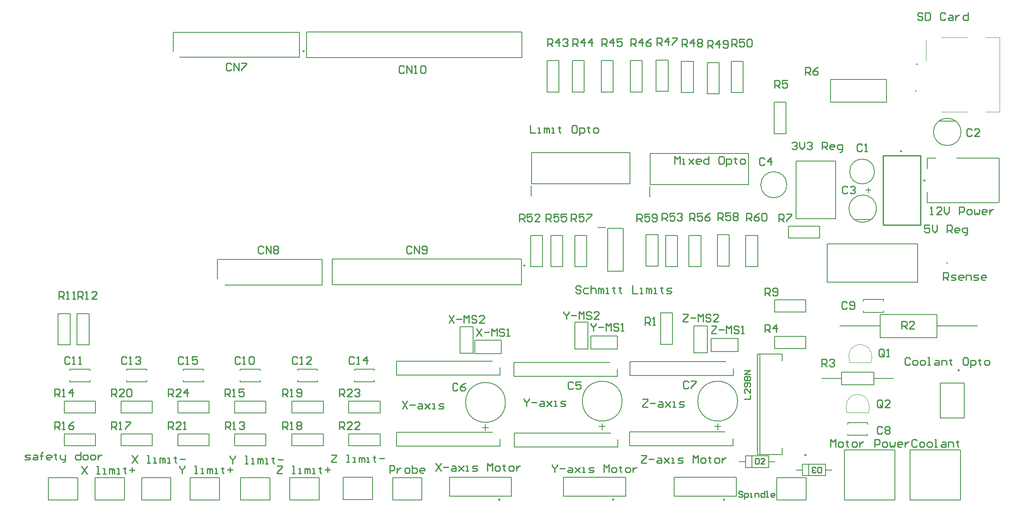
<source format=gto>
G04*
G04 #@! TF.GenerationSoftware,Altium Limited,Altium Designer,24.2.2 (26)*
G04*
G04 Layer_Color=65535*
%FSLAX42Y42*%
%MOMM*%
G71*
G04*
G04 #@! TF.SameCoordinates,1B85D7C3-CB2C-498D-ACBB-91D5DC165851*
G04*
G04*
G04 #@! TF.FilePolarity,Positive*
G04*
G01*
G75*
%ADD10C,0.25*%
%ADD11C,0.10*%
%ADD12C,0.20*%
%ADD13C,0.15*%
%ADD14C,0.25*%
%ADD15C,0.15*%
D10*
X15888Y924D02*
G03*
X15888Y924I-12J0D01*
G01*
X10231Y4737D02*
G03*
X10231Y4737I-12J0D01*
G01*
X14250Y25D02*
G03*
X14250Y25I-12J0D01*
G01*
X9724D02*
G03*
X9724Y25I-12J0D01*
G01*
X5787Y9055D02*
G03*
X5787Y9055I-12J0D01*
G01*
X18974Y2629D02*
G03*
X18974Y2629I-12J0D01*
G01*
X18284Y6452D02*
G03*
X18284Y6452I-12J0D01*
G01*
X12019Y25D02*
G03*
X12019Y25I-12J0D01*
G01*
D11*
X17159Y1892D02*
G03*
X16699Y1892I-230J21D01*
G01*
X17210Y2896D02*
G03*
X16750Y2896I-230J21D01*
G01*
X16256Y5627D02*
G03*
X16256Y5617I0J-5D01*
G01*
D02*
G03*
X16256Y5627I0J5D01*
G01*
X16709Y1782D02*
X17149D01*
X17159Y1892D01*
X16699D02*
X16709Y1782D01*
X19508Y7829D02*
X19783D01*
Y9334D01*
X19508D02*
X19783D01*
X18608Y7829D02*
X19151D01*
X18608Y9334D02*
X19151D01*
X18308Y8862D02*
Y9282D01*
X16760Y2786D02*
X17200D01*
X17210Y2896D01*
X16750D02*
X16760Y2786D01*
D12*
X18121Y8782D02*
G03*
X18121Y8802I0J10D01*
G01*
D02*
G03*
X18121Y8782I0J-10D01*
G01*
X9836Y1981D02*
G03*
X9836Y1981I-400J0D01*
G01*
X19782Y6877D02*
G03*
X19757Y6902I-25J0D01*
G01*
Y6002D02*
G03*
X19782Y6027I0J25D01*
G01*
X17268Y6631D02*
G03*
X17268Y6631I-250J0D01*
G01*
X14510Y2007D02*
G03*
X14510Y2007I-400J0D01*
G01*
X12186D02*
G03*
X12186Y2007I-400J0D01*
G01*
X15502Y6364D02*
G03*
X15502Y6364I-262J0D01*
G01*
X14677Y905D02*
X15142D01*
X14677Y670D02*
Y905D01*
Y670D02*
X15142D01*
Y905D01*
Y787D02*
X15269D01*
X14550D02*
X14677D01*
X14804Y670D02*
Y905D01*
X15820Y740D02*
X16285D01*
X15820Y505D02*
Y740D01*
Y505D02*
X16285D01*
Y740D01*
Y622D02*
X16412D01*
X15693D02*
X15820D01*
X15947Y505D02*
Y740D01*
X14962Y933D02*
Y2953D01*
X14912Y933D02*
Y2953D01*
X15412Y2820D02*
Y2953D01*
Y933D02*
Y1066D01*
X14912Y2953D02*
X15412D01*
X14912Y933D02*
X15412D01*
X17379Y3288D02*
X18529D01*
X17379D02*
Y3748D01*
X18529D01*
Y3288D02*
Y3748D01*
Y3518D02*
X19335D01*
X16573D02*
X17379D01*
X4507Y462D02*
X5097D01*
X4507Y13D02*
Y462D01*
X5097Y13D02*
Y462D01*
X4507Y13D02*
X5097D01*
X12745Y6122D02*
Y6332D01*
X12749Y6367D02*
X14733D01*
Y6997D01*
X12749D02*
X14733D01*
X12749Y6367D02*
Y6997D01*
X10159Y4352D02*
Y4868D01*
X6349D02*
X10159D01*
X6349Y4352D02*
Y4868D01*
Y4352D02*
X10159D01*
X4189Y4345D02*
X6149D01*
Y4864D01*
X4042D02*
X6149D01*
X4042Y4470D02*
Y4864D01*
X11892Y5487D02*
X12212D01*
Y4622D02*
Y5487D01*
X11892Y4622D02*
X12212D01*
X11892D02*
Y5487D01*
X11702Y5506D02*
X11857D01*
X634Y462D02*
X1224D01*
X634Y13D02*
Y462D01*
X1224Y13D02*
Y462D01*
X634Y13D02*
X1224D01*
X6798Y2654D02*
X7198D01*
Y2393D02*
Y2426D01*
Y2621D02*
Y2654D01*
X6798Y2393D02*
X7198D01*
X6798D02*
Y2426D01*
Y2621D02*
Y2654D01*
X9373Y1473D02*
X9500D01*
X9436Y1410D02*
Y1537D01*
X13237Y90D02*
X14487D01*
Y470D01*
X13237D02*
X14487D01*
X13237Y90D02*
Y470D01*
X16605Y2339D02*
X17255D01*
X16605D02*
Y2589D01*
X17255D01*
Y2339D02*
Y2589D01*
Y2464D02*
X17656D01*
X16203D02*
X16605D01*
X8711Y90D02*
X9961D01*
Y470D01*
X8711D02*
X9961D01*
X8711Y90D02*
Y470D01*
X7566Y15D02*
X8156D01*
Y465D01*
X7566Y15D02*
Y465D01*
X8156D01*
X5495D02*
X6085D01*
X5495Y15D02*
Y465D01*
X6085Y15D02*
Y465D01*
X5495Y15D02*
X6085D01*
X1573Y462D02*
X2164D01*
X1573Y13D02*
Y462D01*
X2164Y13D02*
Y462D01*
X1573Y13D02*
X2164D01*
X2513Y462D02*
X3103D01*
X2513Y13D02*
Y462D01*
X3103Y13D02*
Y462D01*
X2513Y13D02*
X3103D01*
X6574Y475D02*
X7164D01*
X6574Y25D02*
Y475D01*
X7164Y25D02*
Y475D01*
X6574Y25D02*
X7164D01*
X3491Y462D02*
X4081D01*
X3491Y13D02*
Y462D01*
X4081Y13D02*
Y462D01*
X3491Y13D02*
X4081D01*
X3241Y1768D02*
Y2008D01*
X3871D01*
X3241Y1768D02*
X3871D01*
Y2008D01*
X4384Y1768D02*
Y2008D01*
X5014D01*
X4384Y1768D02*
X5014D01*
Y2008D01*
X955Y1768D02*
Y2008D01*
X1585D01*
X955Y1768D02*
X1585D01*
Y2008D01*
X2098Y1768D02*
Y2008D01*
X2728D01*
X2098Y1768D02*
X2728D01*
Y2008D01*
X6683Y1768D02*
Y2008D01*
X7313D01*
X6683Y1768D02*
X7313D01*
Y2008D01*
X1214Y3769D02*
X1453D01*
Y3139D02*
Y3769D01*
X1214Y3139D02*
Y3769D01*
Y3139D02*
X1453D01*
X15885Y3804D02*
Y4044D01*
X15255Y3804D02*
X15885D01*
X15255Y4044D02*
X15885D01*
X15255Y3804D02*
Y4044D01*
X16165Y5290D02*
Y5530D01*
X15535Y5290D02*
X16165D01*
X15535Y5530D02*
X16165D01*
X15535Y5290D02*
Y5530D01*
X832Y3769D02*
X1073D01*
Y3139D02*
Y3769D01*
X832Y3139D02*
Y3769D01*
Y3139D02*
X1073D01*
X1070Y2393D02*
X1470D01*
X1070Y2621D02*
Y2654D01*
Y2393D02*
Y2426D01*
Y2654D02*
X1470D01*
Y2621D02*
Y2654D01*
Y2393D02*
Y2426D01*
X955Y1108D02*
Y1348D01*
X1585D01*
X955Y1108D02*
X1585D01*
Y1348D01*
X2213Y2393D02*
X2613D01*
X2213Y2621D02*
Y2654D01*
Y2393D02*
Y2426D01*
Y2654D02*
X2613D01*
Y2621D02*
Y2654D01*
Y2393D02*
Y2426D01*
X3356Y2654D02*
X3756D01*
Y2393D02*
Y2426D01*
Y2621D02*
Y2654D01*
X3356Y2393D02*
X3756D01*
X3356D02*
Y2426D01*
Y2621D02*
Y2654D01*
X3241Y1108D02*
Y1348D01*
X3871D01*
X3241Y1108D02*
X3871D01*
Y1348D01*
X2098Y1108D02*
Y1348D01*
X2728D01*
X2098Y1108D02*
X2728D01*
Y1348D01*
X4384Y1108D02*
Y1348D01*
X5014D01*
X4384Y1108D02*
X5014D01*
Y1348D01*
X5540Y1108D02*
Y1348D01*
X6170D01*
X5540Y1108D02*
X6170D01*
Y1348D01*
X5655Y2654D02*
X6055D01*
Y2393D02*
Y2426D01*
Y2621D02*
Y2654D01*
X5655Y2393D02*
X6055D01*
X5655D02*
Y2426D01*
Y2621D02*
Y2654D01*
X5540Y1768D02*
Y2008D01*
X6170D01*
X5540Y1768D02*
X6170D01*
Y2008D01*
X4499Y2654D02*
X4899D01*
Y2393D02*
Y2426D01*
Y2621D02*
Y2654D01*
X4499Y2393D02*
X4899D01*
X4499D02*
Y2426D01*
Y2621D02*
Y2654D01*
X14104Y4727D02*
X14344D01*
X14104D02*
Y5357D01*
X14344Y4727D02*
Y5357D01*
X14104D02*
X14344D01*
X3147Y9055D02*
Y9434D01*
X5687D01*
Y8931D02*
Y9434D01*
X3274Y8931D02*
X5687D01*
X5834Y9440D02*
X10165D01*
Y8924D02*
Y9440D01*
X5834Y8924D02*
X10165D01*
X5834D02*
Y9440D01*
X12961Y3152D02*
X13201D01*
X12961D02*
Y3782D01*
X13201Y3152D02*
Y3782D01*
X12961D02*
X13201D01*
X19078Y1669D02*
Y2369D01*
X18590Y1669D02*
X19078D01*
X18590D02*
Y2369D01*
X19078D01*
X13632Y3520D02*
X13901D01*
X13632Y2982D02*
Y3520D01*
Y2982D02*
X13901D01*
Y3520D01*
X18332Y6002D02*
Y6212D01*
X18334Y6902D02*
X18497D01*
X18927D02*
X19757D01*
X18334Y6692D02*
Y6902D01*
X19782Y6027D02*
Y6877D01*
X18334Y6002D02*
X19757D01*
X13063Y4714D02*
X13303D01*
X13063D02*
Y5344D01*
X13303Y4714D02*
Y5344D01*
X13063D02*
X13303D01*
X12669Y4727D02*
X12909D01*
X12669D02*
Y5357D01*
X12909Y4727D02*
Y5357D01*
X12669D02*
X12909D01*
X16881Y5667D02*
X17181D01*
X18582Y7643D02*
X18883D01*
X16729Y1578D02*
X17129D01*
Y1318D02*
Y1350D01*
Y1545D02*
Y1578D01*
X16729Y1318D02*
X17129D01*
X16729D02*
Y1350D01*
Y1545D02*
Y1578D01*
X10345Y4714D02*
X10585D01*
X10345D02*
Y5344D01*
X10585Y4714D02*
Y5344D01*
X10345D02*
X10585D01*
X11234Y4714D02*
X11474D01*
X11234D02*
Y5344D01*
X11474Y4714D02*
Y5344D01*
X11234D02*
X11474D01*
X10751Y4714D02*
X10991D01*
X10751D02*
Y5344D01*
X10991Y4714D02*
Y5344D01*
X10751D02*
X10991D01*
X9756Y2964D02*
Y3233D01*
X9218D02*
X9756D01*
X9218Y2964D02*
Y3233D01*
Y2964D02*
X9756D01*
X8921Y3508D02*
X9190D01*
X8921Y2969D02*
Y3508D01*
Y2969D02*
X9190D01*
Y3508D01*
X11232Y3596D02*
X11501D01*
X11232Y3058D02*
Y3596D01*
Y3058D02*
X11501D01*
Y3596D01*
X14110Y1435D02*
Y1562D01*
X14046Y1499D02*
X14173D01*
X11786Y1435D02*
Y1562D01*
X11722Y1499D02*
X11849D01*
X12091Y2510D02*
Y2654D01*
X10007Y2510D02*
X12091D01*
X10007D02*
Y2787D01*
X11938D01*
X9728Y2535D02*
Y2680D01*
X7645Y2535D02*
X9728D01*
X7645D02*
Y2812D01*
X9576D01*
X9728Y1100D02*
Y1245D01*
X7645Y1100D02*
X9728D01*
X7645D02*
Y1377D01*
X9576D01*
X17047Y4054D02*
X17447D01*
Y3794D02*
Y3827D01*
Y4022D02*
Y4054D01*
X17047Y3794D02*
X17447D01*
X17047D02*
Y3827D01*
Y4022D02*
Y4054D01*
X15255Y3068D02*
Y3308D01*
X15885D01*
X15255Y3068D02*
X15885D01*
Y3308D01*
X12103Y1087D02*
Y1232D01*
X10020Y1087D02*
X12103D01*
X10020D02*
Y1364D01*
X11951D01*
X11006Y90D02*
Y470D01*
X11006Y470D02*
X12256D01*
Y90D02*
Y470D01*
X11006Y90D02*
X12256D01*
X15301Y462D02*
X15891D01*
X15301Y13D02*
Y462D01*
X15891Y13D02*
Y462D01*
X15301Y13D02*
X15891D01*
X17983Y1021D02*
X18999D01*
Y18D02*
Y1021D01*
X17983Y18D02*
X18999D01*
X17983D02*
Y1021D01*
X16662Y18D02*
Y1021D01*
Y18D02*
X17678D01*
Y1021D01*
X16662D02*
X17678D01*
X12344Y2800D02*
X14275D01*
X12344Y2522D02*
Y2800D01*
Y2522D02*
X14427D01*
Y2667D01*
X15247Y8024D02*
X15487D01*
Y7394D02*
Y8024D01*
X15247Y7394D02*
Y8024D01*
Y7394D02*
X15487D01*
X13980Y3002D02*
X14518D01*
X13980D02*
Y3271D01*
X14518D01*
Y3002D02*
Y3271D01*
X11555Y3053D02*
X12093D01*
X11555D02*
Y3322D01*
X12093D01*
Y3053D02*
Y3322D01*
X15686Y5681D02*
Y6841D01*
X16486D01*
Y5681D02*
Y6841D01*
X15686Y5681D02*
X16486D01*
X12332Y1390D02*
X14262D01*
X12332Y1113D02*
Y1390D01*
Y1113D02*
X14415D01*
Y1257D01*
X7313Y1108D02*
Y1348D01*
X6683Y1108D02*
X7313D01*
X6683Y1348D02*
X7313D01*
X6683Y1108D02*
Y1348D01*
X12351Y8863D02*
X12591D01*
Y8233D02*
Y8863D01*
X12351Y8233D02*
Y8863D01*
Y8233D02*
X12591D01*
X11767Y8863D02*
X12007D01*
Y8233D02*
Y8863D01*
X11767Y8233D02*
Y8863D01*
Y8233D02*
X12007D01*
X11183Y8863D02*
X11423D01*
Y8233D02*
Y8863D01*
X11183Y8233D02*
Y8863D01*
Y8233D02*
X11423D01*
X10675Y8862D02*
X10915D01*
Y8232D02*
Y8862D01*
X10675Y8232D02*
Y8862D01*
Y8232D02*
X10915D01*
X14383Y8849D02*
X14623D01*
Y8219D02*
Y8849D01*
X14383Y8219D02*
Y8849D01*
Y8219D02*
X14623D01*
X13901Y8824D02*
X14141D01*
Y8194D02*
Y8824D01*
X13901Y8194D02*
Y8824D01*
Y8194D02*
X14141D01*
X13380Y8849D02*
X13620D01*
Y8219D02*
Y8849D01*
X13380Y8219D02*
Y8849D01*
Y8219D02*
X13620D01*
X12872Y8875D02*
X13112D01*
Y8245D02*
Y8875D01*
X12872Y8245D02*
Y8875D01*
Y8245D02*
X13112D01*
X10357Y6135D02*
Y6345D01*
X10362Y6380D02*
X12346D01*
Y7010D01*
X10362D02*
X12346D01*
X10362Y6380D02*
Y7010D01*
X13532Y5344D02*
X13773D01*
Y4714D02*
Y5344D01*
X13532Y4714D02*
Y5344D01*
Y4714D02*
X13773D01*
X14676Y5344D02*
X14915D01*
Y4714D02*
Y5344D01*
X14676Y4714D02*
Y5344D01*
Y4714D02*
X14915D01*
D13*
X18739Y4788D02*
G03*
X18739Y4788I-8J0D01*
G01*
X18109Y8255D02*
G03*
X18109Y8255I-8J0D01*
G01*
X16312Y5175D02*
X18138D01*
X16312Y4401D02*
Y5175D01*
Y4401D02*
X18138D01*
Y5175D01*
X16383Y8482D02*
X17508D01*
X16383Y8028D02*
Y8482D01*
Y8028D02*
X17508D01*
Y8482D01*
D14*
X17816Y7037D02*
G03*
X17816Y7037I-11J0D01*
G01*
X17444Y5552D02*
Y6952D01*
Y5552D02*
X18194D01*
Y6952D01*
X17444D02*
X18194D01*
X12573Y914D02*
X12675D01*
Y889D01*
X12573Y787D01*
Y762D01*
X12675D01*
X12726Y838D02*
X12827D01*
X12903Y864D02*
X12954D01*
X12980Y838D01*
Y762D01*
X12903D01*
X12878Y787D01*
X12903Y813D01*
X12980D01*
X13030Y864D02*
X13132Y762D01*
X13081Y813D01*
X13132Y864D01*
X13030Y762D01*
X13183D02*
X13233D01*
X13208D01*
Y864D01*
X13183D01*
X13310Y762D02*
X13386D01*
X13411Y787D01*
X13386Y813D01*
X13335D01*
X13310Y838D01*
X13335Y864D01*
X13411D01*
X13614Y762D02*
Y914D01*
X13665Y864D01*
X13716Y914D01*
Y762D01*
X13792D02*
X13843D01*
X13868Y787D01*
Y838D01*
X13843Y864D01*
X13792D01*
X13767Y838D01*
Y787D01*
X13792Y762D01*
X13944Y889D02*
Y864D01*
X13919D01*
X13970D01*
X13944D01*
Y787D01*
X13970Y762D01*
X14071D02*
X14122D01*
X14148Y787D01*
Y838D01*
X14122Y864D01*
X14071D01*
X14046Y838D01*
Y787D01*
X14071Y762D01*
X14198Y864D02*
Y762D01*
Y813D01*
X14224Y838D01*
X14249Y864D01*
X14275D01*
X14869Y855D02*
Y745D01*
X14924D01*
X14942Y763D01*
Y837D01*
X14924Y855D01*
X14869D01*
X15052Y745D02*
X14979D01*
X15052Y818D01*
Y837D01*
X15034Y855D01*
X14997D01*
X14979Y837D01*
X16195Y567D02*
Y677D01*
X16140D01*
X16122Y659D01*
Y586D01*
X16140Y567D01*
X16195D01*
X16085Y586D02*
X16067Y567D01*
X16030D01*
X16012Y586D01*
Y604D01*
X16030Y622D01*
X16049D01*
X16030D01*
X16012Y641D01*
Y659D01*
X16030Y677D01*
X16067D01*
X16085Y659D01*
X14644Y2045D02*
X14769D01*
Y2129D01*
Y2253D02*
Y2170D01*
X14686Y2253D01*
X14665D01*
X14644Y2233D01*
Y2191D01*
X14665Y2170D01*
X14748Y2295D02*
X14769Y2316D01*
Y2358D01*
X14748Y2378D01*
X14665D01*
X14644Y2358D01*
Y2316D01*
X14665Y2295D01*
X14686D01*
X14707Y2316D01*
Y2378D01*
X14665Y2420D02*
X14644Y2441D01*
Y2483D01*
X14665Y2503D01*
X14686D01*
X14707Y2483D01*
X14727Y2503D01*
X14748D01*
X14769Y2483D01*
Y2441D01*
X14748Y2420D01*
X14727D01*
X14707Y2441D01*
X14686Y2420D01*
X14665D01*
X14707Y2441D02*
Y2483D01*
X14769Y2545D02*
X14644D01*
X14769Y2628D01*
X14644D01*
X17818Y3467D02*
Y3619D01*
X17894D01*
X17920Y3594D01*
Y3543D01*
X17894Y3518D01*
X17818D01*
X17869D02*
X17920Y3467D01*
X18072D02*
X17970D01*
X18072Y3569D01*
Y3594D01*
X18047Y3619D01*
X17996D01*
X17970Y3594D01*
X165Y826D02*
X242D01*
X267Y851D01*
X242Y876D01*
X191D01*
X165Y902D01*
X191Y927D01*
X267D01*
X343D02*
X394D01*
X419Y902D01*
Y826D01*
X343D01*
X318Y851D01*
X343Y876D01*
X419D01*
X495Y826D02*
Y952D01*
Y902D01*
X470D01*
X521D01*
X495D01*
Y952D01*
X521Y978D01*
X673Y826D02*
X622D01*
X597Y851D01*
Y902D01*
X622Y927D01*
X673D01*
X699Y902D01*
Y876D01*
X597D01*
X775Y952D02*
Y927D01*
X749D01*
X800D01*
X775D01*
Y851D01*
X800Y826D01*
X876Y927D02*
Y851D01*
X902Y826D01*
X978D01*
Y800D01*
X952Y775D01*
X927D01*
X978Y826D02*
Y927D01*
X1283Y978D02*
Y826D01*
X1206D01*
X1181Y851D01*
Y902D01*
X1206Y927D01*
X1283D01*
X1359Y826D02*
X1410D01*
X1435Y851D01*
Y902D01*
X1410Y927D01*
X1359D01*
X1333Y902D01*
Y851D01*
X1359Y826D01*
X1511D02*
X1562D01*
X1587Y851D01*
Y902D01*
X1562Y927D01*
X1511D01*
X1486Y902D01*
Y851D01*
X1511Y826D01*
X1638Y927D02*
Y826D01*
Y876D01*
X1663Y902D01*
X1689Y927D01*
X1714D01*
X11201Y2375D02*
X11176Y2400D01*
X11125D01*
X11100Y2375D01*
Y2273D01*
X11125Y2248D01*
X11176D01*
X11201Y2273D01*
X11354Y2400D02*
X11252D01*
Y2324D01*
X11303Y2349D01*
X11328D01*
X11354Y2324D01*
Y2273D01*
X11328Y2248D01*
X11278D01*
X11252Y2273D01*
X8877Y2347D02*
X8852Y2372D01*
X8801D01*
X8776Y2347D01*
Y2245D01*
X8801Y2220D01*
X8852D01*
X8877Y2245D01*
X9030Y2372D02*
X8979Y2347D01*
X8928Y2296D01*
Y2245D01*
X8953Y2220D01*
X9004D01*
X9030Y2245D01*
Y2271D01*
X9004Y2296D01*
X8928D01*
X13526Y2388D02*
X13500Y2413D01*
X13449D01*
X13424Y2388D01*
Y2286D01*
X13449Y2261D01*
X13500D01*
X13526Y2286D01*
X13576Y2413D02*
X13678D01*
Y2388D01*
X13576Y2286D01*
Y2261D01*
X18123Y1211D02*
X18098Y1237D01*
X18047D01*
X18021Y1211D01*
Y1110D01*
X18047Y1085D01*
X18098D01*
X18123Y1110D01*
X18199Y1085D02*
X18250D01*
X18275Y1110D01*
Y1161D01*
X18250Y1186D01*
X18199D01*
X18174Y1161D01*
Y1110D01*
X18199Y1085D01*
X18352D02*
X18402D01*
X18428Y1110D01*
Y1161D01*
X18402Y1186D01*
X18352D01*
X18326Y1161D01*
Y1110D01*
X18352Y1085D01*
X18479D02*
X18529D01*
X18504D01*
Y1237D01*
X18479D01*
X18631Y1186D02*
X18682D01*
X18707Y1161D01*
Y1085D01*
X18631D01*
X18605Y1110D01*
X18631Y1135D01*
X18707D01*
X18758Y1085D02*
Y1186D01*
X18834D01*
X18859Y1161D01*
Y1085D01*
X18936Y1211D02*
Y1186D01*
X18910D01*
X18961D01*
X18936D01*
Y1110D01*
X18961Y1085D01*
X16383Y1085D02*
Y1237D01*
X16434Y1186D01*
X16485Y1237D01*
Y1085D01*
X16561D02*
X16612D01*
X16637Y1110D01*
Y1161D01*
X16612Y1186D01*
X16561D01*
X16536Y1161D01*
Y1110D01*
X16561Y1085D01*
X16713Y1211D02*
Y1186D01*
X16688D01*
X16739D01*
X16713D01*
Y1110D01*
X16739Y1085D01*
X16840D02*
X16891D01*
X16916Y1110D01*
Y1161D01*
X16891Y1186D01*
X16840D01*
X16815Y1161D01*
Y1110D01*
X16840Y1085D01*
X16967Y1186D02*
Y1085D01*
Y1135D01*
X16993Y1161D01*
X17018Y1186D01*
X17043D01*
X17272Y1085D02*
Y1237D01*
X17348D01*
X17374Y1211D01*
Y1161D01*
X17348Y1135D01*
X17272D01*
X17450Y1085D02*
X17500D01*
X17526Y1110D01*
Y1161D01*
X17500Y1186D01*
X17450D01*
X17424Y1161D01*
Y1110D01*
X17450Y1085D01*
X17577Y1186D02*
Y1110D01*
X17602Y1085D01*
X17627Y1110D01*
X17653Y1085D01*
X17678Y1110D01*
Y1186D01*
X17805Y1085D02*
X17754D01*
X17729Y1110D01*
Y1161D01*
X17754Y1186D01*
X17805D01*
X17831Y1161D01*
Y1135D01*
X17729D01*
X17881Y1186D02*
Y1085D01*
Y1135D01*
X17907Y1161D01*
X17932Y1186D01*
X17958D01*
X6337Y927D02*
X6439D01*
Y902D01*
X6337Y800D01*
Y775D01*
X6439D01*
X6642D02*
X6693D01*
X6668D01*
Y927D01*
X6642D01*
X6769Y775D02*
X6820D01*
X6795D01*
Y876D01*
X6769D01*
X6896Y775D02*
Y876D01*
X6921D01*
X6947Y851D01*
Y775D01*
Y851D01*
X6972Y876D01*
X6998Y851D01*
Y775D01*
X7048D02*
X7099D01*
X7074D01*
Y876D01*
X7048D01*
X7201Y902D02*
Y876D01*
X7175D01*
X7226D01*
X7201D01*
Y800D01*
X7226Y775D01*
X7302Y851D02*
X7404D01*
X5244Y701D02*
X5345D01*
Y676D01*
X5244Y574D01*
Y549D01*
X5345D01*
X5548D02*
X5599D01*
X5574D01*
Y701D01*
X5548D01*
X5675Y549D02*
X5726D01*
X5701D01*
Y650D01*
X5675D01*
X5802Y549D02*
Y650D01*
X5828D01*
X5853Y625D01*
Y549D01*
Y625D01*
X5878Y650D01*
X5904Y625D01*
Y549D01*
X5955D02*
X6005D01*
X5980D01*
Y650D01*
X5955D01*
X6107Y676D02*
Y650D01*
X6082D01*
X6132D01*
X6107D01*
Y574D01*
X6132Y549D01*
X6209Y625D02*
X6310D01*
X6259Y676D02*
Y574D01*
X13411Y3759D02*
X13513D01*
Y3734D01*
X13411Y3632D01*
Y3607D01*
X13513D01*
X13564Y3683D02*
X13665D01*
X13716Y3607D02*
Y3759D01*
X13767Y3708D01*
X13818Y3759D01*
Y3607D01*
X13970Y3734D02*
X13945Y3759D01*
X13894D01*
X13868Y3734D01*
Y3708D01*
X13894Y3683D01*
X13945D01*
X13970Y3658D01*
Y3632D01*
X13945Y3607D01*
X13894D01*
X13868Y3632D01*
X14122Y3607D02*
X14021D01*
X14122Y3708D01*
Y3734D01*
X14097Y3759D01*
X14046D01*
X14021Y3734D01*
X13983Y3523D02*
X14084D01*
Y3498D01*
X13983Y3396D01*
Y3371D01*
X14084D01*
X14135Y3447D02*
X14237D01*
X14287Y3371D02*
Y3523D01*
X14338Y3472D01*
X14389Y3523D01*
Y3371D01*
X14541Y3498D02*
X14516Y3523D01*
X14465D01*
X14440Y3498D01*
Y3472D01*
X14465Y3447D01*
X14516D01*
X14541Y3421D01*
Y3396D01*
X14516Y3371D01*
X14465D01*
X14440Y3396D01*
X14592Y3371D02*
X14643D01*
X14617D01*
Y3523D01*
X14592Y3498D01*
X12599Y2045D02*
X12700D01*
Y2019D01*
X12599Y1918D01*
Y1892D01*
X12700D01*
X12751Y1968D02*
X12852D01*
X12929Y1994D02*
X12979D01*
X13005Y1968D01*
Y1892D01*
X12929D01*
X12903Y1918D01*
X12929Y1943D01*
X13005D01*
X13056Y1994D02*
X13157Y1892D01*
X13106Y1943D01*
X13157Y1994D01*
X13056Y1892D01*
X13208D02*
X13259D01*
X13233D01*
Y1994D01*
X13208D01*
X13335Y1892D02*
X13411D01*
X13436Y1918D01*
X13411Y1943D01*
X13360D01*
X13335Y1968D01*
X13360Y1994D01*
X13436D01*
X4293Y902D02*
Y876D01*
X4344Y826D01*
X4394Y876D01*
Y902D01*
X4344Y826D02*
Y749D01*
X4597D02*
X4648D01*
X4623D01*
Y902D01*
X4597D01*
X4724Y749D02*
X4775D01*
X4750D01*
Y851D01*
X4724D01*
X4851Y749D02*
Y851D01*
X4877D01*
X4902Y826D01*
Y749D01*
Y826D01*
X4928Y851D01*
X4953Y826D01*
Y749D01*
X5004D02*
X5055D01*
X5029D01*
Y851D01*
X5004D01*
X5156Y876D02*
Y851D01*
X5131D01*
X5181D01*
X5156D01*
Y775D01*
X5181Y749D01*
X5258Y826D02*
X5359D01*
X3277Y699D02*
Y673D01*
X3328Y623D01*
X3378Y673D01*
Y699D01*
X3328Y623D02*
Y547D01*
X3581D02*
X3632D01*
X3607D01*
Y699D01*
X3581D01*
X3708Y547D02*
X3759D01*
X3734D01*
Y648D01*
X3708D01*
X3835Y547D02*
Y648D01*
X3861D01*
X3886Y623D01*
Y547D01*
Y623D01*
X3912Y648D01*
X3937Y623D01*
Y547D01*
X3988D02*
X4039D01*
X4013D01*
Y648D01*
X3988D01*
X4140Y673D02*
Y648D01*
X4115D01*
X4165D01*
X4140D01*
Y572D01*
X4165Y547D01*
X4242Y623D02*
X4343D01*
X4292Y673D02*
Y572D01*
X11011Y3810D02*
Y3785D01*
X11062Y3734D01*
X11113Y3785D01*
Y3810D01*
X11062Y3734D02*
Y3658D01*
X11163Y3734D02*
X11265D01*
X11316Y3658D02*
Y3810D01*
X11367Y3759D01*
X11417Y3810D01*
Y3658D01*
X11570Y3785D02*
X11544Y3810D01*
X11493D01*
X11468Y3785D01*
Y3759D01*
X11493Y3734D01*
X11544D01*
X11570Y3708D01*
Y3683D01*
X11544Y3658D01*
X11493D01*
X11468Y3683D01*
X11722Y3658D02*
X11620D01*
X11722Y3759D01*
Y3785D01*
X11697Y3810D01*
X11646D01*
X11620Y3785D01*
X11557Y3574D02*
Y3548D01*
X11608Y3498D01*
X11659Y3548D01*
Y3574D01*
X11608Y3498D02*
Y3421D01*
X11709Y3498D02*
X11811D01*
X11862Y3421D02*
Y3574D01*
X11912Y3523D01*
X11963Y3574D01*
Y3421D01*
X12116Y3548D02*
X12090Y3574D01*
X12039D01*
X12014Y3548D01*
Y3523D01*
X12039Y3498D01*
X12090D01*
X12116Y3472D01*
Y3447D01*
X12090Y3421D01*
X12039D01*
X12014Y3447D01*
X12166Y3421D02*
X12217D01*
X12192D01*
Y3574D01*
X12166Y3548D01*
X10781Y724D02*
Y698D01*
X10831Y648D01*
X10882Y698D01*
Y724D01*
X10831Y648D02*
Y572D01*
X10933Y648D02*
X11034D01*
X11111Y673D02*
X11161D01*
X11187Y648D01*
Y572D01*
X11111D01*
X11085Y597D01*
X11111Y622D01*
X11187D01*
X11238Y673D02*
X11339Y572D01*
X11288Y622D01*
X11339Y673D01*
X11238Y572D01*
X11390D02*
X11441D01*
X11415D01*
Y673D01*
X11390D01*
X11517Y572D02*
X11593D01*
X11619Y597D01*
X11593Y622D01*
X11542D01*
X11517Y648D01*
X11542Y673D01*
X11619D01*
X11822Y572D02*
Y724D01*
X11872Y673D01*
X11923Y724D01*
Y572D01*
X11999D02*
X12050D01*
X12076Y597D01*
Y648D01*
X12050Y673D01*
X11999D01*
X11974Y648D01*
Y597D01*
X11999Y572D01*
X12152Y698D02*
Y673D01*
X12126D01*
X12177D01*
X12152D01*
Y597D01*
X12177Y572D01*
X12279D02*
X12329D01*
X12355Y597D01*
Y648D01*
X12329Y673D01*
X12279D01*
X12253Y648D01*
Y597D01*
X12279Y572D01*
X12406Y673D02*
Y572D01*
Y622D01*
X12431Y648D01*
X12456Y673D01*
X12482D01*
X10211Y2057D02*
Y2032D01*
X10262Y1981D01*
X10313Y2032D01*
Y2057D01*
X10262Y1981D02*
Y1905D01*
X10363Y1981D02*
X10465D01*
X10541Y2007D02*
X10592D01*
X10617Y1981D01*
Y1905D01*
X10541D01*
X10516Y1930D01*
X10541Y1956D01*
X10617D01*
X10668Y2007D02*
X10770Y1905D01*
X10719Y1956D01*
X10770Y2007D01*
X10668Y1905D01*
X10820D02*
X10871D01*
X10846D01*
Y2007D01*
X10820D01*
X10947Y1905D02*
X11023D01*
X11049Y1930D01*
X11023Y1956D01*
X10973D01*
X10947Y1981D01*
X10973Y2007D01*
X11049D01*
X2324Y914D02*
X2426Y762D01*
Y914D02*
X2324Y762D01*
X2629D02*
X2680D01*
X2654D01*
Y914D01*
X2629D01*
X2756Y762D02*
X2807D01*
X2781D01*
Y864D01*
X2756D01*
X2883Y762D02*
Y864D01*
X2908D01*
X2934Y838D01*
Y762D01*
Y838D01*
X2959Y864D01*
X2984Y838D01*
Y762D01*
X3035D02*
X3086D01*
X3061D01*
Y864D01*
X3035D01*
X3188Y889D02*
Y864D01*
X3162D01*
X3213D01*
X3188D01*
Y787D01*
X3213Y762D01*
X3289Y838D02*
X3391D01*
X1308Y698D02*
X1410Y546D01*
Y698D02*
X1308Y546D01*
X1613D02*
X1664D01*
X1638D01*
Y698D01*
X1613D01*
X1740Y546D02*
X1791D01*
X1765D01*
Y648D01*
X1740D01*
X1867Y546D02*
Y648D01*
X1892D01*
X1918Y622D01*
Y546D01*
Y622D01*
X1943Y648D01*
X1968Y622D01*
Y546D01*
X2019D02*
X2070D01*
X2045D01*
Y648D01*
X2019D01*
X2172Y673D02*
Y648D01*
X2146D01*
X2197D01*
X2172D01*
Y572D01*
X2197Y546D01*
X2273Y622D02*
X2375D01*
X2324Y673D02*
Y572D01*
X8700Y3734D02*
X8801Y3581D01*
Y3734D02*
X8700Y3581D01*
X8852Y3658D02*
X8954D01*
X9004Y3581D02*
Y3734D01*
X9055Y3683D01*
X9106Y3734D01*
Y3581D01*
X9258Y3708D02*
X9233Y3734D01*
X9182D01*
X9157Y3708D01*
Y3683D01*
X9182Y3658D01*
X9233D01*
X9258Y3632D01*
Y3607D01*
X9233Y3581D01*
X9182D01*
X9157Y3607D01*
X9411Y3581D02*
X9309D01*
X9411Y3683D01*
Y3708D01*
X9385Y3734D01*
X9334D01*
X9309Y3708D01*
X9258Y3467D02*
X9360Y3315D01*
Y3467D02*
X9258Y3315D01*
X9411Y3391D02*
X9512D01*
X9563Y3315D02*
Y3467D01*
X9614Y3416D01*
X9665Y3467D01*
Y3315D01*
X9817Y3442D02*
X9792Y3467D01*
X9741D01*
X9715Y3442D01*
Y3416D01*
X9741Y3391D01*
X9792D01*
X9817Y3366D01*
Y3340D01*
X9792Y3315D01*
X9741D01*
X9715Y3340D01*
X9868Y3315D02*
X9919D01*
X9893D01*
Y3467D01*
X9868Y3442D01*
X8437Y754D02*
X8539Y602D01*
Y754D02*
X8437Y602D01*
X8589Y678D02*
X8691D01*
X8767Y703D02*
X8818D01*
X8843Y678D01*
Y602D01*
X8767D01*
X8742Y627D01*
X8767Y653D01*
X8843D01*
X8894Y703D02*
X8996Y602D01*
X8945Y653D01*
X8996Y703D01*
X8894Y602D01*
X9046D02*
X9097D01*
X9072D01*
Y703D01*
X9046D01*
X9173Y602D02*
X9250D01*
X9275Y627D01*
X9250Y653D01*
X9199D01*
X9173Y678D01*
X9199Y703D01*
X9275D01*
X9478Y602D02*
Y754D01*
X9529Y703D01*
X9580Y754D01*
Y602D01*
X9656D02*
X9707D01*
X9732Y627D01*
Y678D01*
X9707Y703D01*
X9656D01*
X9630Y678D01*
Y627D01*
X9656Y602D01*
X9808Y729D02*
Y703D01*
X9783D01*
X9834D01*
X9808D01*
Y627D01*
X9834Y602D01*
X9935D02*
X9986D01*
X10011Y627D01*
Y678D01*
X9986Y703D01*
X9935D01*
X9910Y678D01*
Y627D01*
X9935Y602D01*
X10062Y703D02*
Y602D01*
Y653D01*
X10088Y678D01*
X10113Y703D01*
X10138D01*
X7760Y2007D02*
X7861Y1854D01*
Y2007D02*
X7760Y1854D01*
X7912Y1930D02*
X8014D01*
X8090Y1956D02*
X8141D01*
X8166Y1930D01*
Y1854D01*
X8090D01*
X8065Y1880D01*
X8090Y1905D01*
X8166D01*
X8217Y1956D02*
X8318Y1854D01*
X8268Y1905D01*
X8318Y1956D01*
X8217Y1854D01*
X8369D02*
X8420D01*
X8395D01*
Y1956D01*
X8369D01*
X8496Y1854D02*
X8572D01*
X8598Y1880D01*
X8572Y1905D01*
X8522D01*
X8496Y1930D01*
X8522Y1956D01*
X8598D01*
X14610Y172D02*
X14591Y191D01*
X14552D01*
X14533Y172D01*
Y153D01*
X14552Y133D01*
X14591D01*
X14610Y114D01*
Y95D01*
X14591Y76D01*
X14552D01*
X14533Y95D01*
X14648Y38D02*
Y153D01*
X14705D01*
X14725Y133D01*
Y95D01*
X14705Y76D01*
X14648D01*
X14763D02*
X14801D01*
X14782D01*
Y153D01*
X14763D01*
X14859Y76D02*
Y153D01*
X14916D01*
X14935Y133D01*
Y76D01*
X15050Y191D02*
Y76D01*
X14993D01*
X14974Y95D01*
Y133D01*
X14993Y153D01*
X15050D01*
X15089Y76D02*
X15127D01*
X15108D01*
Y191D01*
X15089D01*
X15242Y76D02*
X15204D01*
X15185Y95D01*
Y133D01*
X15204Y153D01*
X15242D01*
X15261Y133D01*
Y114D01*
X15185D01*
X18237Y9804D02*
X18212Y9830D01*
X18161D01*
X18136Y9804D01*
Y9779D01*
X18161Y9754D01*
X18212D01*
X18237Y9728D01*
Y9703D01*
X18212Y9677D01*
X18161D01*
X18136Y9703D01*
X18288Y9830D02*
Y9677D01*
X18364D01*
X18390Y9703D01*
Y9804D01*
X18364Y9830D01*
X18288D01*
X18694Y9804D02*
X18669Y9830D01*
X18618D01*
X18593Y9804D01*
Y9703D01*
X18618Y9677D01*
X18669D01*
X18694Y9703D01*
X18771Y9779D02*
X18821D01*
X18847Y9754D01*
Y9677D01*
X18771D01*
X18745Y9703D01*
X18771Y9728D01*
X18847D01*
X18898Y9779D02*
Y9677D01*
Y9728D01*
X18923Y9754D01*
X18948Y9779D01*
X18974D01*
X19151Y9830D02*
Y9677D01*
X19075D01*
X19050Y9703D01*
Y9754D01*
X19075Y9779D01*
X19151D01*
X11354Y4305D02*
X11329Y4331D01*
X11278D01*
X11253Y4305D01*
Y4280D01*
X11278Y4254D01*
X11329D01*
X11354Y4229D01*
Y4204D01*
X11329Y4178D01*
X11278D01*
X11253Y4204D01*
X11506Y4280D02*
X11430D01*
X11405Y4254D01*
Y4204D01*
X11430Y4178D01*
X11506D01*
X11557Y4331D02*
Y4178D01*
Y4254D01*
X11583Y4280D01*
X11633D01*
X11659Y4254D01*
Y4178D01*
X11710D02*
Y4280D01*
X11735D01*
X11760Y4254D01*
Y4178D01*
Y4254D01*
X11786Y4280D01*
X11811Y4254D01*
Y4178D01*
X11862D02*
X11913D01*
X11887D01*
Y4280D01*
X11862D01*
X12014Y4305D02*
Y4280D01*
X11989D01*
X12040D01*
X12014D01*
Y4204D01*
X12040Y4178D01*
X12141Y4305D02*
Y4280D01*
X12116D01*
X12167D01*
X12141D01*
Y4204D01*
X12167Y4178D01*
X12395Y4331D02*
Y4178D01*
X12497D01*
X12547D02*
X12598D01*
X12573D01*
Y4280D01*
X12547D01*
X12674Y4178D02*
Y4280D01*
X12700D01*
X12725Y4254D01*
Y4178D01*
Y4254D01*
X12751Y4280D01*
X12776Y4254D01*
Y4178D01*
X12827D02*
X12878D01*
X12852D01*
Y4280D01*
X12827D01*
X12979Y4305D02*
Y4280D01*
X12954D01*
X13005D01*
X12979D01*
Y4204D01*
X13005Y4178D01*
X13081D02*
X13157D01*
X13182Y4204D01*
X13157Y4229D01*
X13106D01*
X13081Y4254D01*
X13106Y4280D01*
X13182D01*
X18656Y4445D02*
Y4597D01*
X18733D01*
X18758Y4572D01*
Y4521D01*
X18733Y4496D01*
X18656D01*
X18707D02*
X18758Y4445D01*
X18809D02*
X18885D01*
X18910Y4470D01*
X18885Y4496D01*
X18834D01*
X18809Y4521D01*
X18834Y4547D01*
X18910D01*
X19037Y4445D02*
X18987D01*
X18961Y4470D01*
Y4521D01*
X18987Y4547D01*
X19037D01*
X19063Y4521D01*
Y4496D01*
X18961D01*
X19113Y4445D02*
Y4547D01*
X19190D01*
X19215Y4521D01*
Y4445D01*
X19266D02*
X19342D01*
X19367Y4470D01*
X19342Y4496D01*
X19291D01*
X19266Y4521D01*
X19291Y4547D01*
X19367D01*
X19494Y4445D02*
X19444D01*
X19418Y4470D01*
Y4521D01*
X19444Y4547D01*
X19494D01*
X19520Y4521D01*
Y4496D01*
X19418D01*
X14689Y5636D02*
Y5789D01*
X14765D01*
X14790Y5763D01*
Y5712D01*
X14765Y5687D01*
X14689D01*
X14740D02*
X14790Y5636D01*
X14943Y5789D02*
X14892Y5763D01*
X14841Y5712D01*
Y5662D01*
X14867Y5636D01*
X14917D01*
X14943Y5662D01*
Y5687D01*
X14917Y5712D01*
X14841D01*
X14994Y5763D02*
X15019Y5789D01*
X15070D01*
X15095Y5763D01*
Y5662D01*
X15070Y5636D01*
X15019D01*
X14994Y5662D01*
Y5763D01*
X12484Y5626D02*
Y5778D01*
X12560D01*
X12586Y5753D01*
Y5702D01*
X12560Y5677D01*
X12484D01*
X12535D02*
X12586Y5626D01*
X12738Y5778D02*
X12637D01*
Y5702D01*
X12687Y5728D01*
X12713D01*
X12738Y5702D01*
Y5652D01*
X12713Y5626D01*
X12662D01*
X12637Y5652D01*
X12789D02*
X12814Y5626D01*
X12865D01*
X12890Y5652D01*
Y5753D01*
X12865Y5778D01*
X12814D01*
X12789Y5753D01*
Y5728D01*
X12814Y5702D01*
X12890D01*
X14117Y5649D02*
Y5801D01*
X14193D01*
X14219Y5776D01*
Y5725D01*
X14193Y5700D01*
X14117D01*
X14168D02*
X14219Y5649D01*
X14371Y5801D02*
X14270D01*
Y5725D01*
X14320Y5751D01*
X14346D01*
X14371Y5725D01*
Y5674D01*
X14346Y5649D01*
X14295D01*
X14270Y5674D01*
X14422Y5776D02*
X14447Y5801D01*
X14498D01*
X14524Y5776D01*
Y5751D01*
X14498Y5725D01*
X14524Y5700D01*
Y5674D01*
X14498Y5649D01*
X14447D01*
X14422Y5674D01*
Y5700D01*
X14447Y5725D01*
X14422Y5751D01*
Y5776D01*
X14447Y5725D02*
X14498D01*
X11163Y5626D02*
Y5778D01*
X11240D01*
X11265Y5753D01*
Y5702D01*
X11240Y5677D01*
X11163D01*
X11214D02*
X11265Y5626D01*
X11417Y5778D02*
X11316D01*
Y5702D01*
X11367Y5728D01*
X11392D01*
X11417Y5702D01*
Y5652D01*
X11392Y5626D01*
X11341D01*
X11316Y5652D01*
X11468Y5778D02*
X11570D01*
Y5753D01*
X11468Y5652D01*
Y5626D01*
X13546Y5636D02*
Y5789D01*
X13622D01*
X13647Y5763D01*
Y5712D01*
X13622Y5687D01*
X13546D01*
X13597D02*
X13647Y5636D01*
X13800Y5789D02*
X13698D01*
Y5712D01*
X13749Y5738D01*
X13774D01*
X13800Y5712D01*
Y5662D01*
X13774Y5636D01*
X13724D01*
X13698Y5662D01*
X13952Y5789D02*
X13901Y5763D01*
X13851Y5712D01*
Y5662D01*
X13876Y5636D01*
X13927D01*
X13952Y5662D01*
Y5687D01*
X13927Y5712D01*
X13851D01*
X10655Y5626D02*
Y5778D01*
X10732D01*
X10757Y5753D01*
Y5702D01*
X10732Y5677D01*
X10655D01*
X10706D02*
X10757Y5626D01*
X10909Y5778D02*
X10808D01*
Y5702D01*
X10858Y5728D01*
X10884D01*
X10909Y5702D01*
Y5652D01*
X10884Y5626D01*
X10833D01*
X10808Y5652D01*
X11062Y5778D02*
X10960D01*
Y5702D01*
X11011Y5728D01*
X11036D01*
X11062Y5702D01*
Y5652D01*
X11036Y5626D01*
X10985D01*
X10960Y5652D01*
X12992Y5639D02*
Y5791D01*
X13068D01*
X13094Y5766D01*
Y5715D01*
X13068Y5690D01*
X12992D01*
X13043D02*
X13094Y5639D01*
X13246Y5791D02*
X13145D01*
Y5715D01*
X13195Y5740D01*
X13221D01*
X13246Y5715D01*
Y5664D01*
X13221Y5639D01*
X13170D01*
X13145Y5664D01*
X13297Y5766D02*
X13322Y5791D01*
X13373D01*
X13398Y5766D01*
Y5740D01*
X13373Y5715D01*
X13348D01*
X13373D01*
X13398Y5690D01*
Y5664D01*
X13373Y5639D01*
X13322D01*
X13297Y5664D01*
X10122Y5626D02*
Y5778D01*
X10198D01*
X10224Y5753D01*
Y5702D01*
X10198Y5677D01*
X10122D01*
X10173D02*
X10224Y5626D01*
X10376Y5778D02*
X10274D01*
Y5702D01*
X10325Y5728D01*
X10350D01*
X10376Y5702D01*
Y5652D01*
X10350Y5626D01*
X10300D01*
X10274Y5652D01*
X10528Y5626D02*
X10427D01*
X10528Y5728D01*
Y5753D01*
X10503Y5778D01*
X10452D01*
X10427Y5753D01*
X14397Y9141D02*
Y9294D01*
X14473D01*
X14498Y9268D01*
Y9218D01*
X14473Y9192D01*
X14397D01*
X14448D02*
X14498Y9141D01*
X14651Y9294D02*
X14549D01*
Y9218D01*
X14600Y9243D01*
X14625D01*
X14651Y9218D01*
Y9167D01*
X14625Y9141D01*
X14574D01*
X14549Y9167D01*
X14701Y9268D02*
X14727Y9294D01*
X14778D01*
X14803Y9268D01*
Y9167D01*
X14778Y9141D01*
X14727D01*
X14701Y9167D01*
Y9268D01*
X13914Y9116D02*
Y9268D01*
X13990D01*
X14016Y9243D01*
Y9192D01*
X13990Y9167D01*
X13914D01*
X13965D02*
X14016Y9116D01*
X14143D02*
Y9268D01*
X14066Y9192D01*
X14168D01*
X14219Y9141D02*
X14244Y9116D01*
X14295D01*
X14320Y9141D01*
Y9243D01*
X14295Y9268D01*
X14244D01*
X14219Y9243D01*
Y9218D01*
X14244Y9192D01*
X14320D01*
X13393Y9141D02*
Y9294D01*
X13470D01*
X13495Y9268D01*
Y9218D01*
X13470Y9192D01*
X13393D01*
X13444D02*
X13495Y9141D01*
X13622D02*
Y9294D01*
X13546Y9218D01*
X13647D01*
X13698Y9268D02*
X13724Y9294D01*
X13774D01*
X13800Y9268D01*
Y9243D01*
X13774Y9218D01*
X13800Y9192D01*
Y9167D01*
X13774Y9141D01*
X13724D01*
X13698Y9167D01*
Y9192D01*
X13724Y9218D01*
X13698Y9243D01*
Y9268D01*
X13724Y9218D02*
X13774D01*
X12885Y9167D02*
Y9319D01*
X12962D01*
X12987Y9294D01*
Y9243D01*
X12962Y9218D01*
X12885D01*
X12936D02*
X12987Y9167D01*
X13114D02*
Y9319D01*
X13038Y9243D01*
X13139D01*
X13190Y9319D02*
X13292D01*
Y9294D01*
X13190Y9192D01*
Y9167D01*
X12365Y9154D02*
Y9307D01*
X12441D01*
X12466Y9281D01*
Y9230D01*
X12441Y9205D01*
X12365D01*
X12416D02*
X12466Y9154D01*
X12593D02*
Y9307D01*
X12517Y9230D01*
X12619D01*
X12771Y9307D02*
X12720Y9281D01*
X12669Y9230D01*
Y9180D01*
X12695Y9154D01*
X12746D01*
X12771Y9180D01*
Y9205D01*
X12746Y9230D01*
X12669D01*
X11781Y9154D02*
Y9307D01*
X11857D01*
X11882Y9281D01*
Y9230D01*
X11857Y9205D01*
X11781D01*
X11831D02*
X11882Y9154D01*
X12009D02*
Y9307D01*
X11933Y9230D01*
X12034D01*
X12187Y9307D02*
X12085D01*
Y9230D01*
X12136Y9256D01*
X12161D01*
X12187Y9230D01*
Y9180D01*
X12161Y9154D01*
X12111D01*
X12085Y9180D01*
X11196Y9154D02*
Y9307D01*
X11272D01*
X11298Y9281D01*
Y9230D01*
X11272Y9205D01*
X11196D01*
X11247D02*
X11298Y9154D01*
X11425D02*
Y9307D01*
X11349Y9230D01*
X11450D01*
X11577Y9154D02*
Y9307D01*
X11501Y9230D01*
X11603D01*
X10688Y9154D02*
Y9307D01*
X10764D01*
X10790Y9281D01*
Y9230D01*
X10764Y9205D01*
X10688D01*
X10739D02*
X10790Y9154D01*
X10917D02*
Y9307D01*
X10841Y9230D01*
X10942D01*
X10993Y9281D02*
X11018Y9307D01*
X11069D01*
X11095Y9281D01*
Y9256D01*
X11069Y9230D01*
X11044D01*
X11069D01*
X11095Y9205D01*
Y9180D01*
X11069Y9154D01*
X11018D01*
X10993Y9180D01*
X3051Y2098D02*
Y2250D01*
X3127D01*
X3152Y2225D01*
Y2174D01*
X3127Y2149D01*
X3051D01*
X3101D02*
X3152Y2098D01*
X3304D02*
X3203D01*
X3304Y2200D01*
Y2225D01*
X3279Y2250D01*
X3228D01*
X3203Y2225D01*
X3431Y2098D02*
Y2250D01*
X3355Y2174D01*
X3457D01*
X6492Y2098D02*
Y2250D01*
X6568D01*
X6594Y2225D01*
Y2174D01*
X6568Y2149D01*
X6492D01*
X6543D02*
X6594Y2098D01*
X6746D02*
X6645D01*
X6746Y2200D01*
Y2225D01*
X6721Y2250D01*
X6670D01*
X6645Y2225D01*
X6797D02*
X6822Y2250D01*
X6873D01*
X6899Y2225D01*
Y2200D01*
X6873Y2174D01*
X6848D01*
X6873D01*
X6899Y2149D01*
Y2123D01*
X6873Y2098D01*
X6822D01*
X6797Y2123D01*
X6492Y1438D02*
Y1590D01*
X6568D01*
X6594Y1565D01*
Y1514D01*
X6568Y1488D01*
X6492D01*
X6543D02*
X6594Y1438D01*
X6746D02*
X6645D01*
X6746Y1539D01*
Y1565D01*
X6721Y1590D01*
X6670D01*
X6645Y1565D01*
X6899Y1438D02*
X6797D01*
X6899Y1539D01*
Y1565D01*
X6873Y1590D01*
X6822D01*
X6797Y1565D01*
X3051Y1438D02*
Y1590D01*
X3127D01*
X3152Y1565D01*
Y1514D01*
X3127Y1488D01*
X3051D01*
X3101D02*
X3152Y1438D01*
X3304D02*
X3203D01*
X3304Y1539D01*
Y1565D01*
X3279Y1590D01*
X3228D01*
X3203Y1565D01*
X3355Y1438D02*
X3406D01*
X3381D01*
Y1590D01*
X3355Y1565D01*
X1908Y2098D02*
Y2250D01*
X1984D01*
X2009Y2225D01*
Y2174D01*
X1984Y2149D01*
X1908D01*
X1958D02*
X2009Y2098D01*
X2161D02*
X2060D01*
X2161Y2200D01*
Y2225D01*
X2136Y2250D01*
X2085D01*
X2060Y2225D01*
X2212D02*
X2238Y2250D01*
X2288D01*
X2314Y2225D01*
Y2123D01*
X2288Y2098D01*
X2238D01*
X2212Y2123D01*
Y2225D01*
X5349Y2098D02*
Y2250D01*
X5425D01*
X5451Y2225D01*
Y2174D01*
X5425Y2149D01*
X5349D01*
X5400D02*
X5451Y2098D01*
X5502D02*
X5552D01*
X5527D01*
Y2250D01*
X5502Y2225D01*
X5629Y2123D02*
X5654Y2098D01*
X5705D01*
X5730Y2123D01*
Y2225D01*
X5705Y2250D01*
X5654D01*
X5629Y2225D01*
Y2200D01*
X5654Y2174D01*
X5730D01*
X5349Y1438D02*
Y1590D01*
X5425D01*
X5451Y1565D01*
Y1514D01*
X5425Y1488D01*
X5349D01*
X5400D02*
X5451Y1438D01*
X5502D02*
X5552D01*
X5527D01*
Y1590D01*
X5502Y1565D01*
X5629D02*
X5654Y1590D01*
X5705D01*
X5730Y1565D01*
Y1539D01*
X5705Y1514D01*
X5730Y1488D01*
Y1463D01*
X5705Y1438D01*
X5654D01*
X5629Y1463D01*
Y1488D01*
X5654Y1514D01*
X5629Y1539D01*
Y1565D01*
X5654Y1514D02*
X5705D01*
X1908Y1438D02*
Y1590D01*
X1984D01*
X2009Y1565D01*
Y1514D01*
X1984Y1488D01*
X1908D01*
X1958D02*
X2009Y1438D01*
X2060D02*
X2111D01*
X2085D01*
Y1590D01*
X2060Y1565D01*
X2187Y1590D02*
X2288D01*
Y1565D01*
X2187Y1463D01*
Y1438D01*
X765D02*
Y1590D01*
X841D01*
X866Y1565D01*
Y1514D01*
X841Y1488D01*
X765D01*
X815D02*
X866Y1438D01*
X917D02*
X968D01*
X942D01*
Y1590D01*
X917Y1565D01*
X1145Y1590D02*
X1095Y1565D01*
X1044Y1514D01*
Y1463D01*
X1069Y1438D01*
X1120D01*
X1145Y1463D01*
Y1488D01*
X1120Y1514D01*
X1044D01*
X4194Y2098D02*
Y2250D01*
X4270D01*
X4295Y2225D01*
Y2174D01*
X4270Y2149D01*
X4194D01*
X4244D02*
X4295Y2098D01*
X4346D02*
X4397D01*
X4371D01*
Y2250D01*
X4346Y2225D01*
X4574Y2250D02*
X4473D01*
Y2174D01*
X4524Y2200D01*
X4549D01*
X4574Y2174D01*
Y2123D01*
X4549Y2098D01*
X4498D01*
X4473Y2123D01*
X765Y2098D02*
Y2250D01*
X841D01*
X866Y2225D01*
Y2174D01*
X841Y2149D01*
X765D01*
X815D02*
X866Y2098D01*
X917D02*
X968D01*
X942D01*
Y2250D01*
X917Y2225D01*
X1120Y2098D02*
Y2250D01*
X1044Y2174D01*
X1145D01*
X4196Y1438D02*
Y1590D01*
X4272D01*
X4297Y1565D01*
Y1514D01*
X4272Y1488D01*
X4196D01*
X4246D02*
X4297Y1438D01*
X4348D02*
X4399D01*
X4373D01*
Y1590D01*
X4348Y1565D01*
X4475D02*
X4500Y1590D01*
X4551D01*
X4577Y1565D01*
Y1539D01*
X4551Y1514D01*
X4526D01*
X4551D01*
X4577Y1488D01*
Y1463D01*
X4551Y1438D01*
X4500D01*
X4475Y1463D01*
X1227Y4061D02*
Y4214D01*
X1303D01*
X1328Y4188D01*
Y4138D01*
X1303Y4112D01*
X1227D01*
X1278D02*
X1328Y4061D01*
X1379D02*
X1430D01*
X1405D01*
Y4214D01*
X1379Y4188D01*
X1608Y4061D02*
X1506D01*
X1608Y4163D01*
Y4188D01*
X1582Y4214D01*
X1532D01*
X1506Y4188D01*
X846Y4061D02*
Y4214D01*
X922D01*
X947Y4188D01*
Y4138D01*
X922Y4112D01*
X846D01*
X897D02*
X947Y4061D01*
X998D02*
X1049D01*
X1024D01*
Y4214D01*
X998Y4188D01*
X1125Y4061D02*
X1176D01*
X1151D01*
Y4214D01*
X1125Y4188D01*
X15065Y4133D02*
Y4285D01*
X15141D01*
X15166Y4260D01*
Y4209D01*
X15141Y4183D01*
X15065D01*
X15116D02*
X15166Y4133D01*
X15217Y4158D02*
X15242Y4133D01*
X15293D01*
X15319Y4158D01*
Y4260D01*
X15293Y4285D01*
X15242D01*
X15217Y4260D01*
Y4234D01*
X15242Y4209D01*
X15319D01*
X15344Y5618D02*
Y5771D01*
X15420D01*
X15446Y5745D01*
Y5695D01*
X15420Y5669D01*
X15344D01*
X15395D02*
X15446Y5618D01*
X15496Y5771D02*
X15598D01*
Y5745D01*
X15496Y5644D01*
Y5618D01*
X15872Y8578D02*
Y8730D01*
X15949D01*
X15974Y8705D01*
Y8654D01*
X15949Y8628D01*
X15872D01*
X15923D02*
X15974Y8578D01*
X16126Y8730D02*
X16076Y8705D01*
X16025Y8654D01*
Y8603D01*
X16050Y8578D01*
X16101D01*
X16126Y8603D01*
Y8628D01*
X16101Y8654D01*
X16025D01*
X15260Y8316D02*
Y8468D01*
X15336D01*
X15362Y8443D01*
Y8392D01*
X15336Y8367D01*
X15260D01*
X15311D02*
X15362Y8316D01*
X15514Y8468D02*
X15413D01*
Y8392D01*
X15463Y8418D01*
X15489D01*
X15514Y8392D01*
Y8341D01*
X15489Y8316D01*
X15438D01*
X15413Y8341D01*
X15065Y3396D02*
Y3548D01*
X15141D01*
X15166Y3523D01*
Y3472D01*
X15141Y3447D01*
X15065D01*
X15116D02*
X15166Y3396D01*
X15293D02*
Y3548D01*
X15217Y3472D01*
X15319D01*
X16205Y2705D02*
Y2857D01*
X16281D01*
X16307Y2832D01*
Y2781D01*
X16281Y2756D01*
X16205D01*
X16256D02*
X16307Y2705D01*
X16358Y2832D02*
X16383Y2857D01*
X16434D01*
X16459Y2832D01*
Y2807D01*
X16434Y2781D01*
X16408D01*
X16434D01*
X16459Y2756D01*
Y2731D01*
X16434Y2705D01*
X16383D01*
X16358Y2731D01*
X12649Y3543D02*
Y3696D01*
X12725D01*
X12751Y3670D01*
Y3619D01*
X12725Y3594D01*
X12649D01*
X12700D02*
X12751Y3543D01*
X12802D02*
X12852D01*
X12827D01*
Y3696D01*
X12802Y3670D01*
X17424Y1903D02*
Y2004D01*
X17399Y2030D01*
X17348D01*
X17323Y2004D01*
Y1903D01*
X17348Y1877D01*
X17399D01*
X17374Y1928D02*
X17424Y1877D01*
X17399D02*
X17424Y1903D01*
X17577Y1877D02*
X17475D01*
X17577Y1979D01*
Y2004D01*
X17551Y2030D01*
X17501D01*
X17475Y2004D01*
X17462Y2931D02*
Y3033D01*
X17437Y3058D01*
X17386D01*
X17361Y3033D01*
Y2931D01*
X17386Y2906D01*
X17437D01*
X17412Y2957D02*
X17462Y2906D01*
X17437D02*
X17462Y2931D01*
X17513Y2906D02*
X17564D01*
X17539D01*
Y3058D01*
X17513Y3033D01*
X7506Y561D02*
Y714D01*
X7582D01*
X7607Y688D01*
Y638D01*
X7582Y612D01*
X7506D01*
X7658Y663D02*
Y561D01*
Y612D01*
X7684Y638D01*
X7709Y663D01*
X7734D01*
X7836Y561D02*
X7887D01*
X7912Y587D01*
Y638D01*
X7887Y663D01*
X7836D01*
X7811Y638D01*
Y587D01*
X7836Y561D01*
X7963Y714D02*
Y561D01*
X8039D01*
X8064Y587D01*
Y612D01*
Y638D01*
X8039Y663D01*
X7963D01*
X8191Y561D02*
X8141D01*
X8115Y587D01*
Y638D01*
X8141Y663D01*
X8191D01*
X8217Y638D01*
Y612D01*
X8115D01*
X13246Y6782D02*
Y6934D01*
X13297Y6883D01*
X13348Y6934D01*
Y6782D01*
X13399D02*
X13449D01*
X13424D01*
Y6883D01*
X13399D01*
X13526D02*
X13627Y6782D01*
X13576Y6833D01*
X13627Y6883D01*
X13526Y6782D01*
X13754D02*
X13703D01*
X13678Y6807D01*
Y6858D01*
X13703Y6883D01*
X13754D01*
X13780Y6858D01*
Y6833D01*
X13678D01*
X13932Y6934D02*
Y6782D01*
X13856D01*
X13830Y6807D01*
Y6858D01*
X13856Y6883D01*
X13932D01*
X14211Y6934D02*
X14160D01*
X14135Y6909D01*
Y6807D01*
X14160Y6782D01*
X14211D01*
X14237Y6807D01*
Y6909D01*
X14211Y6934D01*
X14287Y6731D02*
Y6883D01*
X14364D01*
X14389Y6858D01*
Y6807D01*
X14364Y6782D01*
X14287D01*
X14465Y6909D02*
Y6883D01*
X14440D01*
X14491D01*
X14465D01*
Y6807D01*
X14491Y6782D01*
X14592D02*
X14643D01*
X14668Y6807D01*
Y6858D01*
X14643Y6883D01*
X14592D01*
X14567Y6858D01*
Y6807D01*
X14592Y6782D01*
X10335Y7562D02*
Y7409D01*
X10437D01*
X10488D02*
X10538D01*
X10513D01*
Y7511D01*
X10488D01*
X10615Y7409D02*
Y7511D01*
X10640D01*
X10665Y7485D01*
Y7409D01*
Y7485D01*
X10691Y7511D01*
X10716Y7485D01*
Y7409D01*
X10767D02*
X10818D01*
X10792D01*
Y7511D01*
X10767D01*
X10919Y7536D02*
Y7511D01*
X10894D01*
X10945D01*
X10919D01*
Y7435D01*
X10945Y7409D01*
X11249Y7562D02*
X11199D01*
X11173Y7536D01*
Y7435D01*
X11199Y7409D01*
X11249D01*
X11275Y7435D01*
Y7536D01*
X11249Y7562D01*
X11326Y7358D02*
Y7511D01*
X11402D01*
X11427Y7485D01*
Y7435D01*
X11402Y7409D01*
X11326D01*
X11503Y7536D02*
Y7511D01*
X11478D01*
X11529D01*
X11503D01*
Y7435D01*
X11529Y7409D01*
X11630D02*
X11681D01*
X11706Y7435D01*
Y7485D01*
X11681Y7511D01*
X11630D01*
X11605Y7485D01*
Y7435D01*
X11630Y7409D01*
X17983Y2857D02*
X17958Y2883D01*
X17907D01*
X17882Y2857D01*
Y2756D01*
X17907Y2731D01*
X17958D01*
X17983Y2756D01*
X18060Y2731D02*
X18110D01*
X18136Y2756D01*
Y2807D01*
X18110Y2832D01*
X18060D01*
X18034Y2807D01*
Y2756D01*
X18060Y2731D01*
X18212D02*
X18263D01*
X18288Y2756D01*
Y2807D01*
X18263Y2832D01*
X18212D01*
X18187Y2807D01*
Y2756D01*
X18212Y2731D01*
X18339D02*
X18390D01*
X18364D01*
Y2883D01*
X18339D01*
X18491Y2832D02*
X18542D01*
X18567Y2807D01*
Y2731D01*
X18491D01*
X18466Y2756D01*
X18491Y2781D01*
X18567D01*
X18618Y2731D02*
Y2832D01*
X18694D01*
X18720Y2807D01*
Y2731D01*
X18796Y2857D02*
Y2832D01*
X18771D01*
X18821D01*
X18796D01*
Y2756D01*
X18821Y2731D01*
X19126Y2883D02*
X19075D01*
X19050Y2857D01*
Y2756D01*
X19075Y2731D01*
X19126D01*
X19151Y2756D01*
Y2857D01*
X19126Y2883D01*
X19202Y2680D02*
Y2832D01*
X19278D01*
X19304Y2807D01*
Y2756D01*
X19278Y2731D01*
X19202D01*
X19380Y2857D02*
Y2832D01*
X19355D01*
X19405D01*
X19380D01*
Y2756D01*
X19405Y2731D01*
X19507D02*
X19558D01*
X19583Y2756D01*
Y2807D01*
X19558Y2832D01*
X19507D01*
X19482Y2807D01*
Y2756D01*
X19507Y2731D01*
X7798Y8738D02*
X7772Y8763D01*
X7722D01*
X7696Y8738D01*
Y8636D01*
X7722Y8611D01*
X7772D01*
X7798Y8636D01*
X7849Y8611D02*
Y8763D01*
X7950Y8611D01*
Y8763D01*
X8001Y8611D02*
X8052D01*
X8026D01*
Y8763D01*
X8001Y8738D01*
X8128D02*
X8153Y8763D01*
X8204D01*
X8230Y8738D01*
Y8636D01*
X8204Y8611D01*
X8153D01*
X8128Y8636D01*
Y8738D01*
X7950Y5105D02*
X7925Y5131D01*
X7874D01*
X7849Y5105D01*
Y5004D01*
X7874Y4978D01*
X7925D01*
X7950Y5004D01*
X8001Y4978D02*
Y5131D01*
X8103Y4978D01*
Y5131D01*
X8153Y5004D02*
X8179Y4978D01*
X8230D01*
X8255Y5004D01*
Y5105D01*
X8230Y5131D01*
X8179D01*
X8153Y5105D01*
Y5080D01*
X8179Y5055D01*
X8255D01*
X4966Y5105D02*
X4940Y5131D01*
X4890D01*
X4864Y5105D01*
Y5004D01*
X4890Y4978D01*
X4940D01*
X4966Y5004D01*
X5017Y4978D02*
Y5131D01*
X5118Y4978D01*
Y5131D01*
X5169Y5105D02*
X5194Y5131D01*
X5245D01*
X5270Y5105D01*
Y5080D01*
X5245Y5055D01*
X5270Y5029D01*
Y5004D01*
X5245Y4978D01*
X5194D01*
X5169Y5004D01*
Y5029D01*
X5194Y5055D01*
X5169Y5080D01*
Y5105D01*
X5194Y5055D02*
X5245D01*
X4318Y8788D02*
X4293Y8814D01*
X4242D01*
X4216Y8788D01*
Y8687D01*
X4242Y8661D01*
X4293D01*
X4318Y8687D01*
X4369Y8661D02*
Y8814D01*
X4470Y8661D01*
Y8814D01*
X4521D02*
X4623D01*
Y8788D01*
X4521Y8687D01*
Y8661D01*
X3353Y2878D02*
X3327Y2903D01*
X3277D01*
X3251Y2878D01*
Y2776D01*
X3277Y2751D01*
X3327D01*
X3353Y2776D01*
X3404Y2751D02*
X3454D01*
X3429D01*
Y2903D01*
X3404Y2878D01*
X3632Y2903D02*
X3531D01*
Y2827D01*
X3581Y2852D01*
X3607D01*
X3632Y2827D01*
Y2776D01*
X3607Y2751D01*
X3556D01*
X3531Y2776D01*
X6794Y2878D02*
X6769Y2903D01*
X6718D01*
X6693Y2878D01*
Y2776D01*
X6718Y2751D01*
X6769D01*
X6794Y2776D01*
X6845Y2751D02*
X6896D01*
X6871D01*
Y2903D01*
X6845Y2878D01*
X7048Y2751D02*
Y2903D01*
X6972Y2827D01*
X7074D01*
X2210Y2878D02*
X2184Y2903D01*
X2134D01*
X2108Y2878D01*
Y2776D01*
X2134Y2751D01*
X2184D01*
X2210Y2776D01*
X2261Y2751D02*
X2311D01*
X2286D01*
Y2903D01*
X2261Y2878D01*
X2388D02*
X2413Y2903D01*
X2464D01*
X2489Y2878D01*
Y2852D01*
X2464Y2827D01*
X2438D01*
X2464D01*
X2489Y2802D01*
Y2776D01*
X2464Y2751D01*
X2413D01*
X2388Y2776D01*
X5651Y2878D02*
X5626Y2903D01*
X5575D01*
X5550Y2878D01*
Y2776D01*
X5575Y2751D01*
X5626D01*
X5651Y2776D01*
X5702Y2751D02*
X5753D01*
X5728D01*
Y2903D01*
X5702Y2878D01*
X5931Y2751D02*
X5829D01*
X5931Y2852D01*
Y2878D01*
X5905Y2903D01*
X5855D01*
X5829Y2878D01*
X1067Y2877D02*
X1041Y2902D01*
X991D01*
X965Y2877D01*
Y2775D01*
X991Y2750D01*
X1041D01*
X1067Y2775D01*
X1118Y2750D02*
X1168D01*
X1143D01*
Y2902D01*
X1118Y2877D01*
X1245Y2750D02*
X1295D01*
X1270D01*
Y2902D01*
X1245Y2877D01*
X4496Y2878D02*
X4470Y2903D01*
X4420D01*
X4394Y2878D01*
Y2776D01*
X4420Y2751D01*
X4470D01*
X4496Y2776D01*
X4547Y2751D02*
X4597D01*
X4572D01*
Y2903D01*
X4547Y2878D01*
X4674D02*
X4699Y2903D01*
X4750D01*
X4775Y2878D01*
Y2776D01*
X4750Y2751D01*
X4699D01*
X4674Y2776D01*
Y2878D01*
X16713Y3988D02*
X16688Y4013D01*
X16637D01*
X16612Y3988D01*
Y3886D01*
X16637Y3861D01*
X16688D01*
X16713Y3886D01*
X16764D02*
X16789Y3861D01*
X16840D01*
X16866Y3886D01*
Y3988D01*
X16840Y4013D01*
X16789D01*
X16764Y3988D01*
Y3962D01*
X16789Y3937D01*
X16866D01*
X17428Y1473D02*
X17403Y1499D01*
X17352D01*
X17327Y1473D01*
Y1372D01*
X17352Y1346D01*
X17403D01*
X17428Y1372D01*
X17479Y1473D02*
X17505Y1499D01*
X17555D01*
X17581Y1473D01*
Y1448D01*
X17555Y1422D01*
X17581Y1397D01*
Y1372D01*
X17555Y1346D01*
X17505D01*
X17479Y1372D01*
Y1397D01*
X17505Y1422D01*
X17479Y1448D01*
Y1473D01*
X17505Y1422D02*
X17555D01*
X15052Y6883D02*
X15027Y6909D01*
X14976D01*
X14950Y6883D01*
Y6782D01*
X14976Y6756D01*
X15027D01*
X15052Y6782D01*
X15179Y6756D02*
Y6909D01*
X15103Y6833D01*
X15204D01*
X16726Y6312D02*
X16701Y6337D01*
X16650D01*
X16624Y6312D01*
Y6210D01*
X16650Y6185D01*
X16701D01*
X16726Y6210D01*
X16777Y6312D02*
X16802Y6337D01*
X16853D01*
X16878Y6312D01*
Y6286D01*
X16853Y6261D01*
X16827D01*
X16853D01*
X16878Y6236D01*
Y6210D01*
X16853Y6185D01*
X16802D01*
X16777Y6210D01*
X19228Y7468D02*
X19202Y7493D01*
X19152D01*
X19126Y7468D01*
Y7366D01*
X19152Y7341D01*
X19202D01*
X19228Y7366D01*
X19380Y7341D02*
X19279D01*
X19380Y7442D01*
Y7468D01*
X19355Y7493D01*
X19304D01*
X19279Y7468D01*
X17018Y7163D02*
X16993Y7188D01*
X16942D01*
X16916Y7163D01*
Y7061D01*
X16942Y7036D01*
X16993D01*
X17018Y7061D01*
X17069Y7036D02*
X17120D01*
X17094D01*
Y7188D01*
X17069Y7163D01*
X18390Y5766D02*
X18441D01*
X18415D01*
Y5918D01*
X18390Y5893D01*
X18618Y5766D02*
X18517D01*
X18618Y5867D01*
Y5893D01*
X18593Y5918D01*
X18542D01*
X18517Y5893D01*
X18669Y5918D02*
Y5817D01*
X18720Y5766D01*
X18771Y5817D01*
Y5918D01*
X18974Y5766D02*
Y5918D01*
X19050D01*
X19075Y5893D01*
Y5842D01*
X19050Y5817D01*
X18974D01*
X19152Y5766D02*
X19202D01*
X19228Y5791D01*
Y5842D01*
X19202Y5867D01*
X19152D01*
X19126Y5842D01*
Y5791D01*
X19152Y5766D01*
X19279Y5867D02*
Y5791D01*
X19304Y5766D01*
X19329Y5791D01*
X19355Y5766D01*
X19380Y5791D01*
Y5867D01*
X19507Y5766D02*
X19456D01*
X19431Y5791D01*
Y5842D01*
X19456Y5867D01*
X19507D01*
X19532Y5842D01*
Y5817D01*
X19431D01*
X19583Y5867D02*
Y5766D01*
Y5817D01*
X19609Y5842D01*
X19634Y5867D01*
X19659D01*
X18377Y5550D02*
X18275D01*
Y5474D01*
X18326Y5499D01*
X18352D01*
X18377Y5474D01*
Y5423D01*
X18352Y5398D01*
X18301D01*
X18275Y5423D01*
X18428Y5550D02*
Y5448D01*
X18479Y5398D01*
X18529Y5448D01*
Y5550D01*
X18732Y5398D02*
Y5550D01*
X18809D01*
X18834Y5524D01*
Y5474D01*
X18809Y5448D01*
X18732D01*
X18783D02*
X18834Y5398D01*
X18961D02*
X18910D01*
X18885Y5423D01*
Y5474D01*
X18910Y5499D01*
X18961D01*
X18986Y5474D01*
Y5448D01*
X18885D01*
X19088Y5347D02*
X19113D01*
X19139Y5372D01*
Y5499D01*
X19063D01*
X19037Y5474D01*
Y5423D01*
X19063Y5398D01*
X19139D01*
X15606Y7201D02*
X15631Y7226D01*
X15682D01*
X15707Y7201D01*
Y7175D01*
X15682Y7150D01*
X15657D01*
X15682D01*
X15707Y7125D01*
Y7099D01*
X15682Y7074D01*
X15631D01*
X15606Y7099D01*
X15758Y7226D02*
Y7125D01*
X15809Y7074D01*
X15860Y7125D01*
Y7226D01*
X15910Y7201D02*
X15936Y7226D01*
X15987D01*
X16012Y7201D01*
Y7175D01*
X15987Y7150D01*
X15961D01*
X15987D01*
X16012Y7125D01*
Y7099D01*
X15987Y7074D01*
X15936D01*
X15910Y7099D01*
X16215Y7074D02*
Y7226D01*
X16291D01*
X16317Y7201D01*
Y7150D01*
X16291Y7125D01*
X16215D01*
X16266D02*
X16317Y7074D01*
X16444D02*
X16393D01*
X16368Y7099D01*
Y7150D01*
X16393Y7175D01*
X16444D01*
X16469Y7150D01*
Y7125D01*
X16368D01*
X16571Y7023D02*
X16596D01*
X16621Y7049D01*
Y7175D01*
X16545D01*
X16520Y7150D01*
Y7099D01*
X16545Y7074D01*
X16621D01*
D15*
X17306Y5882D02*
G03*
X17306Y5882I-275J0D01*
G01*
X19007Y7428D02*
G03*
X19007Y7428I-275J0D01*
G01*
X17146Y6210D02*
Y6310D01*
X17096Y6260D02*
X17196D01*
M02*

</source>
